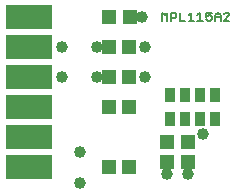
<source format=gts>
G75*
%MOIN*%
%OFA0B0*%
%FSLAX25Y25*%
%IPPOS*%
%LPD*%
%AMOC8*
5,1,8,0,0,1.08239X$1,22.5*
%
%ADD10C,0.00500*%
%ADD11R,0.05052X0.04934*%
%ADD12R,0.04934X0.05052*%
%ADD13R,0.15800X0.08400*%
%ADD14R,0.03300X0.04800*%
%ADD15R,0.04737X0.05131*%
%ADD16C,0.03975*%
D10*
X0064750Y0065811D02*
X0064750Y0068513D01*
X0065651Y0067612D01*
X0066552Y0068513D01*
X0066552Y0065811D01*
X0067697Y0065811D02*
X0067697Y0068513D01*
X0069048Y0068513D01*
X0069498Y0068063D01*
X0069498Y0067162D01*
X0069048Y0066711D01*
X0067697Y0066711D01*
X0070643Y0065811D02*
X0072445Y0065811D01*
X0073590Y0065811D02*
X0075391Y0065811D01*
X0074490Y0065811D02*
X0074490Y0068513D01*
X0073590Y0067612D01*
X0076536Y0067612D02*
X0077437Y0068513D01*
X0077437Y0065811D01*
X0076536Y0065811D02*
X0078338Y0065811D01*
X0079483Y0066261D02*
X0079933Y0065811D01*
X0080834Y0065811D01*
X0081284Y0066261D01*
X0081284Y0067162D01*
X0080834Y0067612D01*
X0080383Y0067612D01*
X0079483Y0067162D01*
X0079483Y0068513D01*
X0081284Y0068513D01*
X0082429Y0067612D02*
X0083330Y0068513D01*
X0084231Y0067612D01*
X0084231Y0065811D01*
X0085376Y0065811D02*
X0087177Y0067612D01*
X0087177Y0068063D01*
X0086727Y0068513D01*
X0085826Y0068513D01*
X0085376Y0068063D01*
X0084231Y0067162D02*
X0082429Y0067162D01*
X0082429Y0067612D02*
X0082429Y0065811D01*
X0085376Y0065811D02*
X0087177Y0065811D01*
X0070643Y0065811D02*
X0070643Y0068513D01*
D11*
X0073500Y0025506D03*
X0066500Y0025506D03*
X0066500Y0018616D03*
X0073500Y0018616D03*
D12*
X0053945Y0067061D03*
X0047055Y0067061D03*
D13*
X0020500Y0017061D03*
X0020500Y0027061D03*
X0020500Y0037061D03*
X0020500Y0047061D03*
X0020500Y0057061D03*
X0020500Y0067061D03*
D14*
X0067500Y0041061D03*
X0072500Y0041061D03*
X0077500Y0041061D03*
X0082500Y0041061D03*
X0082500Y0033061D03*
X0077500Y0033061D03*
X0072500Y0033061D03*
X0067500Y0033061D03*
D15*
X0053846Y0037061D03*
X0047154Y0037061D03*
X0047154Y0047061D03*
X0053846Y0047061D03*
X0053846Y0057061D03*
X0047154Y0057061D03*
X0047154Y0017061D03*
X0053846Y0017061D03*
D16*
X0066500Y0014561D03*
X0073500Y0014561D03*
X0078500Y0028061D03*
X0059000Y0047061D03*
X0059000Y0057061D03*
X0058000Y0067061D03*
X0043000Y0057061D03*
X0031500Y0057061D03*
X0031500Y0047061D03*
X0043000Y0047061D03*
X0037500Y0022061D03*
X0037500Y0011561D03*
M02*

</source>
